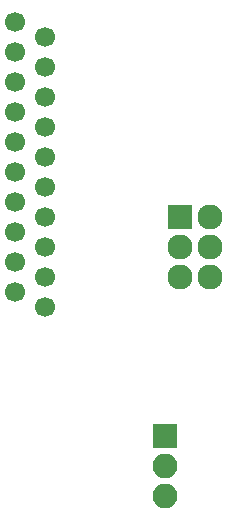
<source format=gbr>
G04 #@! TF.FileFunction,Soldermask,Bot*
%FSLAX46Y46*%
G04 Gerber Fmt 4.6, Leading zero omitted, Abs format (unit mm)*
G04 Created by KiCad (PCBNEW 4.0.7-e2-6376~58~ubuntu16.04.1) date Mon Feb 12 21:41:58 2018*
%MOMM*%
%LPD*%
G01*
G04 APERTURE LIST*
%ADD10C,0.100000*%
%ADD11R,2.100000X2.100000*%
%ADD12O,2.100000X2.100000*%
%ADD13C,1.700000*%
%ADD14R,2.127200X2.127200*%
%ADD15O,2.127200X2.127200*%
G04 APERTURE END LIST*
D10*
D11*
X200660000Y-108712000D03*
D12*
X200660000Y-111252000D03*
X200660000Y-113792000D03*
D13*
X187960000Y-78740000D03*
X187960000Y-76200000D03*
X187960000Y-73660000D03*
X187960000Y-81280000D03*
X190500000Y-74930000D03*
X190500000Y-77470000D03*
X190500000Y-80010000D03*
X190500000Y-82550000D03*
X187960000Y-83820000D03*
X190500000Y-85090000D03*
X187960000Y-86360000D03*
X190500000Y-87630000D03*
X187960000Y-88900000D03*
X190500000Y-90170000D03*
X187960000Y-91440000D03*
X190500000Y-92710000D03*
X187960000Y-93980000D03*
X190500000Y-95250000D03*
X187960000Y-96520000D03*
X190500000Y-97790000D03*
D14*
X201930000Y-90170000D03*
D15*
X204470000Y-90170000D03*
X201930000Y-92710000D03*
X204470000Y-92710000D03*
X201930000Y-95250000D03*
X204470000Y-95250000D03*
M02*

</source>
